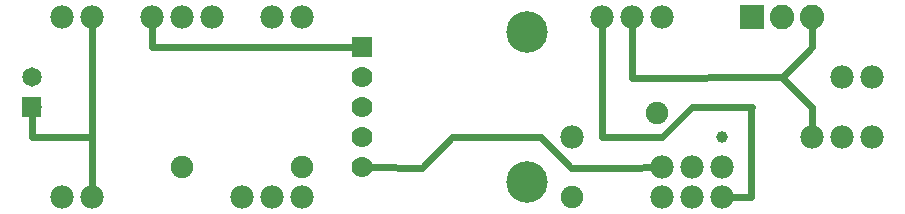
<source format=gbl>
G04 MADE WITH FRITZING*
G04 WWW.FRITZING.ORG*
G04 DOUBLE SIDED*
G04 HOLES PLATED*
G04 CONTOUR ON CENTER OF CONTOUR VECTOR*
%ASAXBY*%
%FSLAX23Y23*%
%MOIN*%
%OFA0B0*%
%SFA1.0B1.0*%
%ADD10C,0.039370*%
%ADD11C,0.065000*%
%ADD12C,0.082000*%
%ADD13C,0.138425*%
%ADD14C,0.070000*%
%ADD15C,0.075000*%
%ADD16C,0.078000*%
%ADD17R,0.082000X0.082000*%
%ADD18R,0.070000X0.070000*%
%ADD19C,0.024000*%
%ADD20R,0.001000X0.001000*%
%LNCOPPER0*%
G90*
G70*
G54D10*
X2499Y299D03*
G54D11*
X199Y499D03*
X199Y399D03*
G54D12*
X2599Y699D03*
X2699Y699D03*
X2799Y699D03*
G54D13*
X1849Y649D03*
G54D14*
X1299Y599D03*
X1299Y499D03*
X1299Y399D03*
X1299Y299D03*
X1299Y199D03*
G54D13*
X1849Y149D03*
G54D15*
X1099Y199D03*
X699Y199D03*
G54D16*
X399Y99D03*
X299Y99D03*
X2499Y199D03*
X2399Y199D03*
X2299Y199D03*
X2499Y199D03*
X2399Y199D03*
X2299Y199D03*
X2299Y99D03*
X2399Y99D03*
X2499Y99D03*
G54D15*
X1999Y99D03*
X2282Y381D03*
G54D16*
X999Y699D03*
X1099Y699D03*
X399Y699D03*
X299Y699D03*
X799Y699D03*
X699Y699D03*
X599Y699D03*
X2299Y699D03*
X2199Y699D03*
X2099Y699D03*
X1999Y299D03*
X1099Y99D03*
X999Y99D03*
X899Y99D03*
X2999Y499D03*
X2899Y499D03*
X2999Y299D03*
X2899Y299D03*
X2799Y299D03*
G54D17*
X2599Y699D03*
G54D18*
X1299Y599D03*
G54D19*
X1998Y197D02*
X1898Y300D01*
D02*
X1499Y197D02*
X1330Y198D01*
D02*
X2200Y197D02*
X1998Y197D01*
D02*
X1898Y300D02*
X1599Y300D01*
D02*
X1599Y300D02*
X1499Y197D01*
D02*
X2269Y198D02*
X2200Y197D01*
D02*
X399Y299D02*
X399Y499D01*
D02*
X200Y299D02*
X399Y299D01*
D02*
X399Y499D02*
X399Y668D01*
D02*
X199Y374D02*
X200Y299D01*
D02*
X599Y599D02*
X599Y668D01*
D02*
X1268Y599D02*
X599Y599D01*
D02*
X399Y129D02*
X399Y668D01*
D02*
X2100Y298D02*
X2100Y398D01*
D02*
X2399Y398D02*
X2299Y298D01*
D02*
X2299Y298D02*
X2100Y298D01*
D02*
X2599Y399D02*
X2399Y398D01*
D02*
X2598Y399D02*
X2599Y399D01*
D02*
X2598Y99D02*
X2598Y399D01*
D02*
X2529Y99D02*
X2598Y99D01*
D02*
X2100Y398D02*
X2099Y668D01*
D02*
X2699Y499D02*
X2799Y398D01*
D02*
X2799Y398D02*
X2799Y329D01*
D02*
X2199Y497D02*
X2699Y499D01*
D02*
X2199Y668D02*
X2199Y497D01*
D02*
X2799Y598D02*
X2799Y666D01*
D02*
X2700Y497D02*
X2799Y598D01*
D02*
X2799Y329D02*
X2799Y398D01*
D02*
X2799Y398D02*
X2700Y497D01*
G54D20*
X166Y431D02*
X230Y431D01*
X166Y430D02*
X230Y430D01*
X166Y429D02*
X230Y429D01*
X166Y428D02*
X230Y428D01*
X166Y427D02*
X230Y427D01*
X166Y426D02*
X230Y426D01*
X166Y425D02*
X230Y425D01*
X166Y424D02*
X230Y424D01*
X166Y423D02*
X230Y423D01*
X166Y422D02*
X230Y422D01*
X166Y421D02*
X230Y421D01*
X166Y420D02*
X230Y420D01*
X166Y419D02*
X230Y419D01*
X166Y418D02*
X230Y418D01*
X166Y417D02*
X230Y417D01*
X166Y416D02*
X230Y416D01*
X166Y415D02*
X230Y415D01*
X166Y414D02*
X230Y414D01*
X166Y413D02*
X230Y413D01*
X166Y412D02*
X194Y412D01*
X203Y412D02*
X230Y412D01*
X166Y411D02*
X191Y411D01*
X205Y411D02*
X230Y411D01*
X166Y410D02*
X190Y410D01*
X207Y410D02*
X230Y410D01*
X166Y409D02*
X188Y409D01*
X208Y409D02*
X230Y409D01*
X166Y408D02*
X188Y408D01*
X209Y408D02*
X230Y408D01*
X166Y407D02*
X187Y407D01*
X210Y407D02*
X230Y407D01*
X166Y406D02*
X186Y406D01*
X211Y406D02*
X230Y406D01*
X166Y405D02*
X186Y405D01*
X211Y405D02*
X230Y405D01*
X166Y404D02*
X185Y404D01*
X212Y404D02*
X230Y404D01*
X166Y403D02*
X185Y403D01*
X212Y403D02*
X230Y403D01*
X166Y402D02*
X184Y402D01*
X212Y402D02*
X230Y402D01*
X166Y401D02*
X184Y401D01*
X212Y401D02*
X230Y401D01*
X166Y400D02*
X184Y400D01*
X213Y400D02*
X230Y400D01*
X166Y399D02*
X184Y399D01*
X213Y399D02*
X230Y399D01*
X166Y398D02*
X184Y398D01*
X213Y398D02*
X230Y398D01*
X166Y397D02*
X184Y397D01*
X212Y397D02*
X230Y397D01*
X166Y396D02*
X184Y396D01*
X212Y396D02*
X230Y396D01*
X166Y395D02*
X185Y395D01*
X212Y395D02*
X230Y395D01*
X166Y394D02*
X185Y394D01*
X212Y394D02*
X230Y394D01*
X166Y393D02*
X185Y393D01*
X211Y393D02*
X230Y393D01*
X166Y392D02*
X186Y392D01*
X211Y392D02*
X230Y392D01*
X166Y391D02*
X187Y391D01*
X210Y391D02*
X230Y391D01*
X166Y390D02*
X187Y390D01*
X209Y390D02*
X230Y390D01*
X166Y389D02*
X188Y389D01*
X208Y389D02*
X230Y389D01*
X166Y388D02*
X190Y388D01*
X207Y388D02*
X230Y388D01*
X166Y387D02*
X191Y387D01*
X206Y387D02*
X230Y387D01*
X166Y386D02*
X193Y386D01*
X203Y386D02*
X230Y386D01*
X166Y385D02*
X230Y385D01*
X166Y384D02*
X230Y384D01*
X166Y383D02*
X230Y383D01*
X166Y382D02*
X230Y382D01*
X166Y381D02*
X230Y381D01*
X166Y380D02*
X230Y380D01*
X166Y379D02*
X230Y379D01*
X166Y378D02*
X230Y378D01*
X166Y377D02*
X230Y377D01*
X166Y376D02*
X230Y376D01*
X166Y375D02*
X230Y375D01*
X166Y374D02*
X230Y374D01*
X166Y373D02*
X230Y373D01*
X166Y372D02*
X230Y372D01*
X166Y371D02*
X230Y371D01*
X166Y370D02*
X230Y370D01*
X166Y369D02*
X230Y369D01*
X166Y368D02*
X230Y368D01*
X166Y367D02*
X230Y367D01*
D02*
G04 End of Copper0*
M02*
</source>
